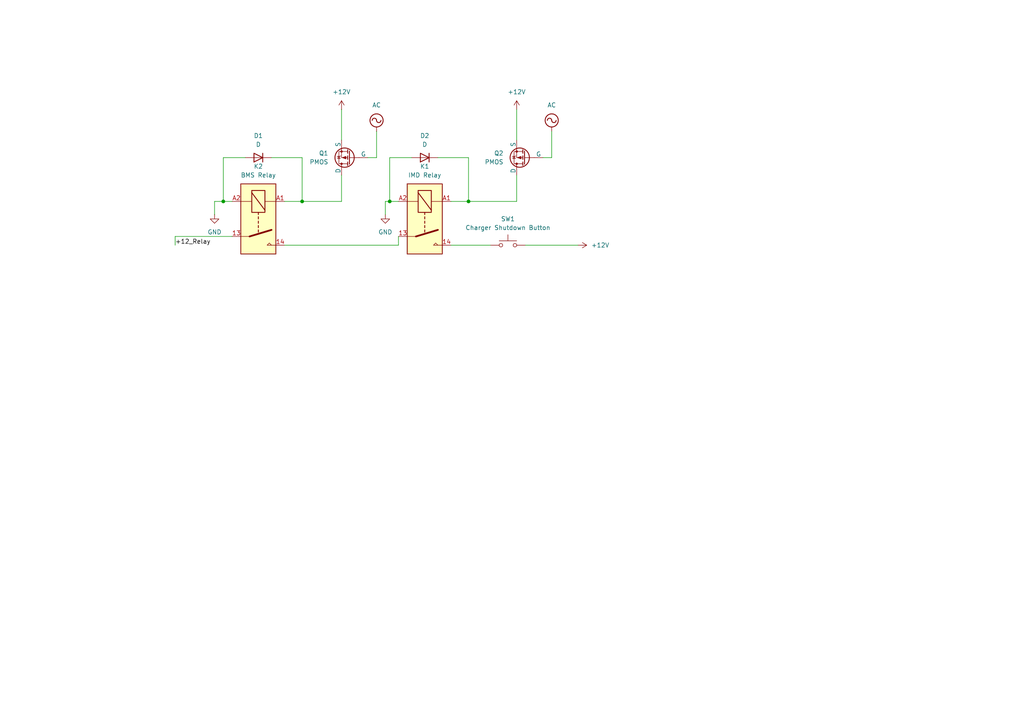
<source format=kicad_sch>
(kicad_sch (version 20250114) (generator "eeschema") (generator_version "9.0")
  (paper "A4")
  (lib_symbols
    (symbol "Device:D" (pin_numbers (hide yes)) (pin_names (offset 1.016) (hide yes))
      (property "Reference" "D" (at 0 2.54 0))
      (property "Value" "D" (at 0 -2.54 0))
      (symbol "D_0_1"
        (polyline (pts (xy -1.27 1.27) (xy -1.27 -1.27)) (stroke (width 0.254)))
        (polyline (pts (xy 1.27 1.27) (xy 1.27 -1.27) (xy -1.27 0) (xy 1.27 1.27)) (stroke (width 0.254)))
        (polyline (pts (xy 1.27 0) (xy -1.27 0)))
      )
      (symbol "D_1_1"
        (pin passive line (at -3.81 0 0) (length 2.54) (name "K") (number "1"))
        (pin passive line (at 3.81 0 180) (length 2.54) (name "A") (number "2"))
      )
    )
    (symbol "Relay:Fujitsu_FTR-LYAA005x"
      (property "Reference" "K" (at 11.43 3.81 0))
      (property "Value" "Fujitsu_FTR-LYAA005x" (at 11.43 1.27 0))
      (symbol "Fujitsu_FTR-LYAA005x_0_0"
        (polyline (pts (xy 7.62 5.08) (xy 7.62 2.54) (xy 6.985 3.175) (xy 7.62 3.81)))
      )
      (symbol "Fujitsu_FTR-LYAA005x_0_1"
        (rectangle (start -10.16 5.08) (end 10.16 -5.08) (stroke (width 0.254)) (fill (type background)))
        (rectangle (start -8.255 1.905) (end -1.905 -1.905) (stroke (width 0.254)))
        (polyline (pts (xy -7.62 -1.905) (xy -2.54 1.905)) (stroke (width 0.254)))
        (polyline (pts (xy -5.08 5.08) (xy -5.08 1.905)))
        (polyline (pts (xy -5.08 -5.08) (xy -5.08 -1.905)))
        (polyline (pts (xy -1.905 0) (xy -1.27 0)) (stroke (width 0.254)))
        (polyline (pts (xy -0.635 0) (xy 0 0)) (stroke (width 0.254)))
        (polyline (pts (xy 0.635 0) (xy 1.27 0)) (stroke (width 0.254)))
        (polyline (pts (xy 1.905 0) (xy 2.54 0)) (stroke (width 0.254)))
        (polyline (pts (xy 3.175 0) (xy 3.81 0)) (stroke (width 0.254)))
        (polyline (pts (xy 5.08 -2.54) (xy 3.175 3.81)) (stroke (width 0.508)))
        (polyline (pts (xy 5.08 -2.54) (xy 5.08 -5.08)))
      )
      (symbol "Fujitsu_FTR-LYAA005x_1_1"
        (pin passive line (at -5.08 7.62 270) (length 2.54) (name "~") (number "A1"))
        (pin passive line (at -5.08 -7.62 90) (length 2.54) (name "~") (number "A2"))
        (pin passive line (at 5.08 -7.62 90) (length 2.54) (name "~") (number "13"))
        (pin passive line (at 7.62 7.62 270) (length 2.54) (name "~") (number "14"))
      )
    )
    (symbol "Simulation_SPICE:PMOS" (pin_numbers (hide yes)) (pin_names (offset 0))
      (property "Reference" "Q" (at 5.08 1.27 0))
      (property "Value" "PMOS" (at 5.08 -1.27 0))
      (symbol "PMOS_0_1"
        (polyline (pts (xy 0.254 1.905) (xy 0.254 -1.905)) (stroke (width 0.254)))
        (polyline (pts (xy 0.254 0) (xy -2.54 0)))
        (polyline (pts (xy 0.762 2.286) (xy 0.762 1.27)) (stroke (width 0.254)))
        (polyline (pts (xy 0.762 1.778) (xy 3.302 1.778) (xy 3.302 -1.778) (xy 0.762 -1.778)))
        (polyline (pts (xy 0.762 0.508) (xy 0.762 -0.508)) (stroke (width 0.254)))
        (polyline (pts (xy 0.762 -1.27) (xy 0.762 -2.286)) (stroke (width 0.254)))
        (circle (center 1.651 0) (radius 2.794) (stroke (width 0.254)))
        (polyline (pts (xy 2.286 0) (xy 1.27 0.381) (xy 1.27 -0.381) (xy 2.286 0)) (fill (type outline)))
        (polyline (pts (xy 2.54 2.54) (xy 2.54 1.778)))
        (circle (center 2.54 1.778) (radius 0.254) (fill (type outline)))
        (circle (center 2.54 -1.778) (radius 0.254) (fill (type outline)))
        (polyline (pts (xy 2.54 -2.54) (xy 2.54 0) (xy 0.762 0)))
        (polyline (pts (xy 2.794 -0.508) (xy 2.921 -0.381) (xy 3.683 -0.381) (xy 3.81 -0.254)))
        (polyline (pts (xy 3.302 -0.381) (xy 2.921 0.254) (xy 3.683 0.254) (xy 3.302 -0.381)))
      )
      (symbol "PMOS_1_1"
        (pin input line (at -5.08 0 0) (length 2.54) (name "G") (number "2"))
        (pin passive line (at 2.54 5.08 270) (length 2.54) (name "D") (number "1"))
        (pin passive line (at 2.54 -5.08 90) (length 2.54) (name "S") (number "3"))
      )
    )
    (symbol "Switch:SW_MEC_5G" (pin_numbers (hide yes)) (pin_names (offset 1.016) (hide yes))
      (property "Reference" "SW" (at 1.27 2.54 0))
      (property "Value" "SW_MEC_5G" (at 0 -1.524 0))
      (symbol "SW_MEC_5G_0_1"
        (circle (center -2.032 0) (radius 0.508))
        (polyline (pts (xy 0 1.27) (xy 0 3.048)))
        (circle (center 2.032 0) (radius 0.508))
        (polyline (pts (xy 2.54 1.27) (xy -2.54 1.27)))
        (pin passive line (at -5.08 0 0) (length 2.54) (name "A") (number "1"))
        (pin passive line (at 5.08 0 180) (length 2.54) (name "B") (number "3"))
      )
      (symbol "SW_MEC_5G_1_1"
        (pin passive line (at -5.08 0 0) (length 2.54) (hide yes) (name "A") (number "2"))
        (pin passive line (at 5.08 0 180) (length 2.54) (hide yes) (name "B") (number "4"))
      )
    )
    (symbol "power:+12V" (power) (pin_numbers (hide yes)) (pin_names (offset 0) (hide yes))
      (property "Value" "+12V" (at 0 3.556 0))
      (symbol "+12V_0_1"
        (polyline (pts (xy -0.762 1.27) (xy 0 2.54)))
        (polyline (pts (xy 0 2.54) (xy 0.762 1.27)))
        (polyline (pts (xy 0 0) (xy 0 2.54)))
      )
      (symbol "+12V_1_1"
        (pin power_in line (at 0 0 90) (length 0) (name "~") (number "1"))
      )
    )
    (symbol "power:AC" (power) (pin_numbers (hide yes)) (pin_names (offset 0) (hide yes))
      (property "Value" "AC" (at 0 6.35 0))
      (symbol "AC_0_1"
        (arc (start -1.27 3.175) (mid -0.635 3.8073) (end 0 3.175) (stroke (width 0.254)))
        (circle (center 0 3.175) (radius 1.905) (stroke (width 0.254)))
        (polyline (pts (xy 0 0) (xy 0 1.27)))
        (arc (start 1.27 3.175) (mid 0.635 2.5427) (end 0 3.175) (stroke (width 0.254)))
      )
      (symbol "AC_1_1"
        (pin power_in line (at 0 0 90) (length 0) (name "~") (number "1"))
      )
    )
    (symbol "power:GND" (power) (pin_numbers (hide yes)) (pin_names (offset 0) (hide yes))
      (property "Value" "GND" (at 0 -3.81 0))
      (symbol "GND_0_1"
        (polyline (pts (xy 0 0) (xy 0 -1.27) (xy 1.27 -1.27) (xy 0 -2.54) (xy -1.27 -1.27) (xy 0 -1.27)))
      )
      (symbol "GND_1_1"
        (pin power_in line (at 0 0 270) (length 0) (name "~") (number "1"))
      )
    )
  )
  (junction (at 113.03 58.42))
  (junction (at 135.89 58.42))
  (junction (at 64.77 58.42))
  (junction (at 87.63 58.42))
  (wire (pts (xy 111.76 58.42) (xy 111.76 62.23)))
  (wire (pts (xy 130.81 71.12) (xy 142.24 71.12)))
  (wire (pts (xy 87.63 45.72) (xy 87.63 58.42)))
  (wire (pts (xy 71.12 45.72) (xy 64.77 45.72)))
  (wire (pts (xy 109.22 38.1) (xy 109.22 45.72)))
  (wire (pts (xy 160.02 38.1) (xy 160.02 45.72)))
  (wire (pts (xy 135.89 45.72) (xy 135.89 58.42)))
  (wire (pts (xy 113.03 58.42) (xy 113.03 45.72)))
  (wire (pts (xy 113.03 58.42) (xy 111.76 58.42)))
  (wire (pts (xy 64.77 58.42) (xy 62.23 58.42)))
  (wire (pts (xy 152.4 71.12) (xy 167.64 71.12)))
  (wire (pts (xy 127 45.72) (xy 135.89 45.72)))
  (wire (pts (xy 64.77 45.72) (xy 64.77 58.42)))
  (wire (pts (xy 87.63 58.42) (xy 82.55 58.42)))
  (wire (pts (xy 67.31 68.58) (xy 50.8 68.58)))
  (wire (pts (xy 78.74 45.72) (xy 87.63 45.72)))
  (wire (pts (xy 135.89 58.42) (xy 130.81 58.42)))
  (wire (pts (xy 62.23 58.42) (xy 62.23 62.23)))
  (wire (pts (xy 99.06 58.42) (xy 87.63 58.42)))
  (wire (pts (xy 149.86 58.42) (xy 135.89 58.42)))
  (wire (pts (xy 67.31 58.42) (xy 64.77 58.42)))
  (wire (pts (xy 82.55 71.12) (xy 115.57 71.12)))
  (wire (pts (xy 99.06 31.75) (xy 99.06 40.64)))
  (wire (pts (xy 115.57 58.42) (xy 113.03 58.42)))
  (wire (pts (xy 50.8 68.58) (xy 50.8 71.12)))
  (wire (pts (xy 115.57 71.12) (xy 115.57 68.58)))
  (wire (pts (xy 149.86 50.8) (xy 149.86 58.42)))
  (wire (pts (xy 149.86 31.75) (xy 149.86 40.64)))
  (wire (pts (xy 160.02 45.72) (xy 157.48 45.72)))
  (wire (pts (xy 113.03 45.72) (xy 119.38 45.72)))
  (wire (pts (xy 99.06 50.8) (xy 99.06 58.42)))
  (wire (pts (xy 109.22 45.72) (xy 106.68 45.72)))
  (label "+12_Relay" (at 50.8 71.12 0))
  (symbol (lib_id "Simulation_SPICE:PMOS") (at 101.6 45.72 180) (unit 1)
    (property "Reference" "Q1" (at 95.25 44.4499 0) (effects (justify left)))
    (property "Value" "PMOS" (at 95.25 46.9899 0) (effects (justify left)))
    (property "Datasheet" "https://ngspice.sourceforge.io/docs/ngspice-html-manual/manual.xhtml#cha_MOSFETs" (effects (hide yes)))
    (property "Description" "P-MOSFET transistor, drain/source/gate" (effects (hide yes)))
    (property "Sim.Device" "PMOS" (effects (hide yes)))
    (property "Sim.Type" "VDMOS" (effects (hide yes)))
    (property "Sim.Pins" "1=D 2=G 3=S" (effects (hide yes)))
  )
  (symbol (lib_id "Switch:SW_MEC_5G") (at 147.32 71.12 0) (unit 1)
    (property "Reference" "SW1" (at 147.32 63.5 0))
    (property "Value" "Charger Shutdown Button" (at 147.32 66.04 0))
    (property "Datasheet" "http://www.apem.com/int/index.php?controller=attachment&id_attachment=488" (effects (hide yes)))
    (property "Description" "MEC 5G single pole normally-open tactile switch" (effects (hide yes)))
  )
  (symbol (lib_id "Relay:Fujitsu_FTR-LYAA005x") (at 123.19 63.5 270) (unit 1)
    (property "Reference" "K1" (at 123.19 48.26 90))
    (property "Value" "IMD Relay" (at 123.19 50.8 90))
    (property "Footprint" "Relay_THT:Relay_SPST-NO_Fujitsu_FTR-LYAA005x_FormA_Vertical" (effects (hide yes)))
    (property "Datasheet" "https://www.fujitsu.com/sg/imagesgig5/ftr-ly.pdf" (effects (hide yes)))
    (property "Description" "Relay, SPST Form A, vertical mount, 5-60V coil, 6A, 250VAC, 28 x 5 x 15mm" (effects (hide yes)))
  )
  (symbol (lib_id "Simulation_SPICE:PMOS") (at 152.4 45.72 180) (unit 1)
    (property "Reference" "Q2" (at 146.05 44.4499 0) (effects (justify left)))
    (property "Value" "PMOS" (at 146.05 46.9899 0) (effects (justify left)))
    (property "Datasheet" "https://ngspice.sourceforge.io/docs/ngspice-html-manual/manual.xhtml#cha_MOSFETs" (effects (hide yes)))
    (property "Description" "P-MOSFET transistor, drain/source/gate" (effects (hide yes)))
    (property "Sim.Device" "PMOS" (effects (hide yes)))
    (property "Sim.Type" "VDMOS" (effects (hide yes)))
    (property "Sim.Pins" "1=D 2=G 3=S" (effects (hide yes)))
  )
  (symbol (lib_id "power:AC") (at 109.22 38.1 0) (unit 1)
    (property "Reference" "#PWR02" (effects (hide yes)))
    (property "Value" "AC" (at 109.22 30.48 0))
    (property "Description" "Power symbol creates a global label with name \"AC\"" (effects (hide yes)))
  )
  (symbol (lib_id "power:GND") (at 62.23 62.23 0) (unit 1)
    (property "Reference" "#PWR04" (effects (hide yes)))
    (property "Value" "GND" (at 62.23 67.31 0))
    (property "Description" "Power symbol creates a global label with name \"GND\" , ground" (effects (hide yes)))
  )
  (symbol (lib_id "power:+12V") (at 167.64 71.12 270) (unit 1)
    (property "Reference" "#PWR01" (effects (hide yes)))
    (property "Value" "+12V" (at 171.45 71.1199 90) (effects (justify left)))
    (property "Description" "Power symbol creates a global label with name \"+12V\"" (effects (hide yes)))
  )
  (symbol (lib_id "Device:D") (at 74.93 45.72 180) (unit 1)
    (property "Reference" "D1" (at 74.93 39.37 0))
    (property "Value" "D" (at 74.93 41.91 0))
    (property "Description" "Diode" (effects (hide yes)))
    (property "Sim.Device" "D" (effects (hide yes)))
    (property "Sim.Pins" "1=K 2=A" (effects (hide yes)))
  )
  (symbol (lib_id "Relay:Fujitsu_FTR-LYAA005x") (at 74.93 63.5 270) (unit 1)
    (property "Reference" "K2" (at 74.93 48.26 90))
    (property "Value" "BMS Relay" (at 74.93 50.8 90))
    (property "Footprint" "Relay_THT:Relay_SPST-NO_Fujitsu_FTR-LYAA005x_FormA_Vertical" (effects (hide yes)))
    (property "Datasheet" "https://www.fujitsu.com/sg/imagesgig5/ftr-ly.pdf" (effects (hide yes)))
    (property "Description" "Relay, SPST Form A, vertical mount, 5-60V coil, 6A, 250VAC, 28 x 5 x 15mm" (effects (hide yes)))
  )
  (symbol (lib_id "power:AC") (at 160.02 38.1 0) (unit 1)
    (property "Reference" "#PWR07" (effects (hide yes)))
    (property "Value" "AC" (at 160.02 30.48 0))
    (property "Description" "Power symbol creates a global label with name \"AC\"" (effects (hide yes)))
  )
  (symbol (lib_id "power:GND") (at 111.76 62.23 0) (unit 1)
    (property "Reference" "#PWR05" (effects (hide yes)))
    (property "Value" "GND" (at 111.76 67.31 0))
    (property "Description" "Power symbol creates a global label with name \"GND\" , ground" (effects (hide yes)))
  )
  (symbol (lib_id "Device:D") (at 123.19 45.72 180) (unit 1)
    (property "Reference" "D2" (at 123.19 39.37 0))
    (property "Value" "D" (at 123.19 41.91 0))
    (property "Description" "Diode" (effects (hide yes)))
    (property "Sim.Device" "D" (effects (hide yes)))
    (property "Sim.Pins" "1=K 2=A" (effects (hide yes)))
  )
  (symbol (lib_id "power:+12V") (at 99.06 31.75 0) (unit 1)
    (property "Reference" "#PWR03" (effects (hide yes)))
    (property "Value" "+12V" (at 99.06 26.67 0))
    (property "Description" "Power symbol creates a global label with name \"+12V\"" (effects (hide yes)))
  )
  (symbol (lib_id "power:+12V") (at 149.86 31.75 0) (unit 1)
    (property "Reference" "#PWR06" (effects (hide yes)))
    (property "Value" "+12V" (at 149.86 26.67 0))
    (property "Description" "Power symbol creates a global label with name \"+12V\"" (effects (hide yes)))
  )
)
</source>
